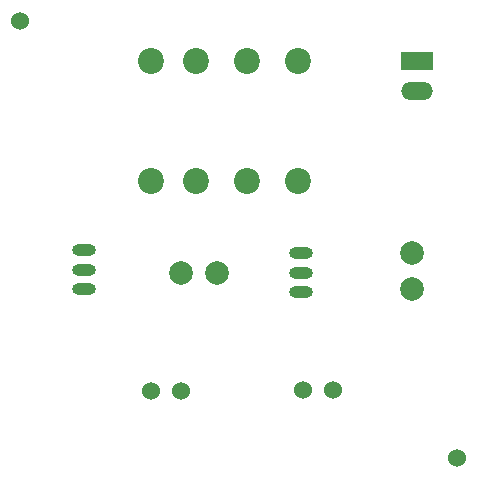
<source format=gtl>
G04*
G04 #@! TF.GenerationSoftware,Altium Limited,Altium Designer,22.1.2 (22)*
G04*
G04 Layer_Physical_Order=1*
G04 Layer_Color=255*
%FSLAX25Y25*%
%MOIN*%
G70*
G04*
G04 #@! TF.SameCoordinates,FD0A4506-277C-477F-BB0F-5FCC6128DB8B*
G04*
G04*
G04 #@! TF.FilePolarity,Positive*
G04*
G01*
G75*
%ADD25C,0.06000*%
%ADD26O,0.07874X0.03937*%
%ADD27O,0.07874X0.03937*%
%ADD28C,0.08661*%
%ADD29R,0.10630X0.05906*%
%ADD30O,0.10630X0.05906*%
%ADD31C,0.07874*%
D25*
X151575Y5906D02*
D03*
X5906Y151575D02*
D03*
X110000Y28500D02*
D03*
X100000D02*
D03*
X49500Y28000D02*
D03*
X59500D02*
D03*
D26*
X27000Y62000D02*
D03*
Y75000D02*
D03*
X99500Y74000D02*
D03*
Y61000D02*
D03*
D27*
X27000Y68500D02*
D03*
X99500Y67500D02*
D03*
D28*
X98600Y138100D02*
D03*
Y98100D02*
D03*
X81600D02*
D03*
Y138100D02*
D03*
X64600D02*
D03*
Y98100D02*
D03*
X49600D02*
D03*
Y138100D02*
D03*
D29*
X138000Y138000D02*
D03*
D30*
Y128000D02*
D03*
D31*
X136500Y62000D02*
D03*
Y74000D02*
D03*
X59348Y67500D02*
D03*
X71348D02*
D03*
M02*

</source>
